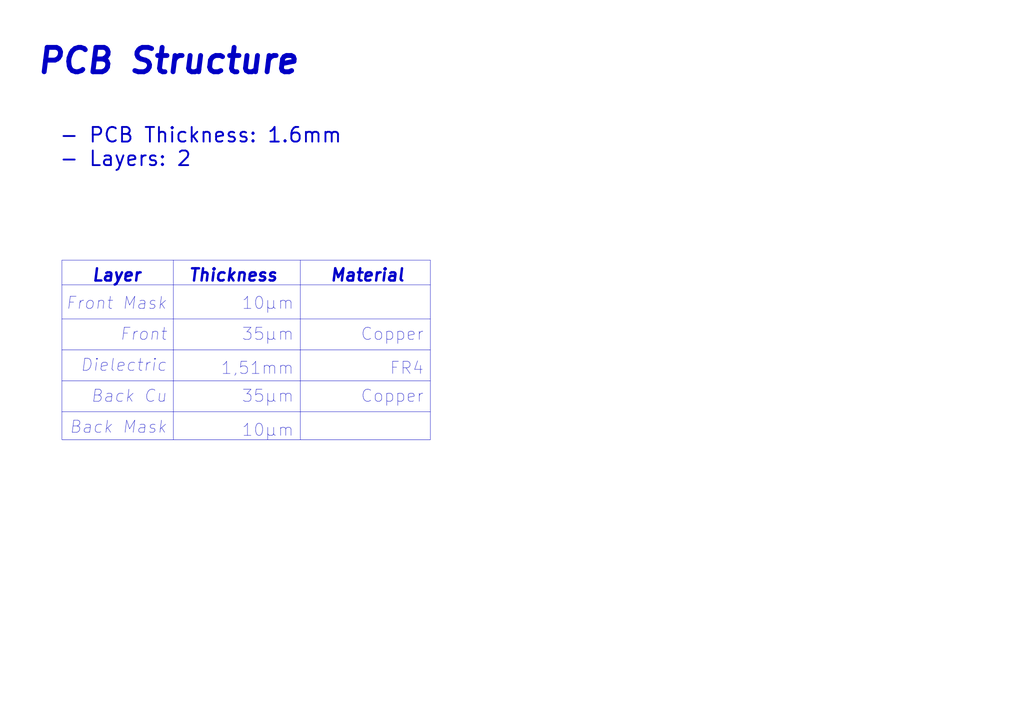
<source format=kicad_sch>
(kicad_sch
	(version 20231120)
	(generator "eeschema")
	(generator_version "8.0")
	(uuid "c1087855-429f-4794-847a-e4139f44bc48")
	(paper "A3")
	(title_block
		(title "ESP-PROG Stick")
		(date "2024-10-31")
		(rev "2")
		(company "harexew.com // github.com/harexew")
	)
	(lib_symbols)
	(polyline
		(pts
			(xy 123.19 106.68) (xy 123.19 180.34)
		)
		(stroke
			(width 0)
			(type default)
		)
		(uuid "0c0853cb-9bcc-4404-9fa4-4ed0c69d97df")
	)
	(polyline
		(pts
			(xy 25.4 116.84) (xy 176.53 116.84)
		)
		(stroke
			(width 0)
			(type default)
		)
		(uuid "9aa8e4f7-90fe-4987-82e2-2f9c5696c0ad")
	)
	(polyline
		(pts
			(xy 25.4 143.51) (xy 176.53 143.51)
		)
		(stroke
			(width 0)
			(type default)
		)
		(uuid "bd8b5371-2673-400d-99fd-d10be88c7564")
	)
	(polyline
		(pts
			(xy 25.4 130.81) (xy 176.53 130.81)
		)
		(stroke
			(width 0)
			(type default)
		)
		(uuid "c1ec7754-af62-4485-a36c-a11cde166412")
	)
	(polyline
		(pts
			(xy 71.12 106.68) (xy 71.12 180.34)
		)
		(stroke
			(width 0)
			(type default)
		)
		(uuid "c3b34873-a7af-4b32-8375-1d457150a4aa")
	)
	(polyline
		(pts
			(xy 25.4 156.21) (xy 176.53 156.21)
		)
		(stroke
			(width 0)
			(type default)
		)
		(uuid "c3d593f1-11ef-4851-8c32-df6421d83816")
	)
	(polyline
		(pts
			(xy 25.4 168.91) (xy 176.53 168.91)
		)
		(stroke
			(width 0)
			(type default)
		)
		(uuid "f061d701-1d24-4480-a8fd-e54ff7873f9f")
	)
	(rectangle
		(start 25.4 106.68)
		(end 176.53 180.34)
		(stroke
			(width 0)
			(type default)
		)
		(fill
			(type none)
		)
		(uuid 02d96f01-aea5-4156-b79f-05f4bbd83a76)
	)
	(text "Back Mask"
		(exclude_from_sim no)
		(at 68.58 175.26 0)
		(effects
			(font
				(size 5 5)
				(italic yes)
			)
			(justify right)
		)
		(uuid "0d0dd08e-f63a-4d42-adcf-3327d4e285c0")
	)
	(text "10µm"
		(exclude_from_sim no)
		(at 120.65 124.46 0)
		(effects
			(font
				(size 5 5)
			)
			(justify right)
		)
		(uuid "25412078-03d0-42ee-866d-6401c88246ef")
	)
	(text "Back Cu"
		(exclude_from_sim no)
		(at 68.58 162.56 0)
		(effects
			(font
				(size 5 5)
				(italic yes)
			)
			(justify right)
		)
		(uuid "261cff11-23c8-4e86-b813-6ef396f8a85e")
	)
	(text "Material"
		(exclude_from_sim no)
		(at 166.37 113.03 0)
		(effects
			(font
				(size 5 5)
				(thickness 1)
				(bold yes)
				(italic yes)
			)
			(justify right)
		)
		(uuid "26d6c799-51ae-4aa2-b4b5-f6a40ae8e08b")
	)
	(text "Dielectric"
		(exclude_from_sim no)
		(at 68.58 149.86 0)
		(effects
			(font
				(size 5 5)
				(italic yes)
			)
			(justify right)
		)
		(uuid "28d98a0e-563d-482a-8208-7a780582c121")
	)
	(text "35µm"
		(exclude_from_sim no)
		(at 120.65 162.56 0)
		(effects
			(font
				(size 5 5)
			)
			(justify right)
		)
		(uuid "70a7bbb6-ea83-4fdb-b511-8c3a1f76cdfa")
	)
	(text "FR4"
		(exclude_from_sim no)
		(at 173.99 151.13 0)
		(effects
			(font
				(size 5 5)
			)
			(justify right)
		)
		(uuid "72012a7d-f625-49cb-9a6c-01b3676260a6")
	)
	(text "PCB Structure"
		(exclude_from_sim no)
		(at 14.478 19.304 0)
		(effects
			(font
				(size 10 10)
				(thickness 2)
				(bold yes)
				(italic yes)
			)
			(justify left top)
		)
		(uuid "753bed3b-1335-4681-853c-103cc772fa7e")
	)
	(text "Layer"
		(exclude_from_sim no)
		(at 58.42 113.03 0)
		(effects
			(font
				(size 5 5)
				(thickness 1)
				(bold yes)
				(italic yes)
			)
			(justify right)
		)
		(uuid "76f2c24d-de4c-48e6-accf-6e42493aee71")
	)
	(text "Front Mask"
		(exclude_from_sim no)
		(at 68.58 124.46 0)
		(effects
			(font
				(size 5 5)
				(italic yes)
			)
			(justify right)
		)
		(uuid "98f2a6cc-bc46-49eb-8e09-f88d6f3dc49e")
	)
	(text "- PCB Thickness: 1.6mm\n- Layers: 2"
		(exclude_from_sim no)
		(at 24.13 52.07 0)
		(effects
			(font
				(size 6 6)
				(thickness 0.75)
			)
			(justify left top)
		)
		(uuid "a0b92ba5-a54d-4c30-a9e3-1b7a8ea966a3")
	)
	(text "Copper"
		(exclude_from_sim no)
		(at 173.99 137.16 0)
		(effects
			(font
				(size 5 5)
			)
			(justify right)
		)
		(uuid "aa1019be-d307-4db4-8970-55e63860815f")
	)
	(text "35µm"
		(exclude_from_sim no)
		(at 120.65 137.16 0)
		(effects
			(font
				(size 5 5)
			)
			(justify right)
		)
		(uuid "d56497c2-d53e-4df6-a1f7-3d5adb4dfa32")
	)
	(text "1,51mm"
		(exclude_from_sim no)
		(at 120.65 151.13 0)
		(effects
			(font
				(size 5 5)
			)
			(justify right)
		)
		(uuid "e468b046-0a0d-4e57-aaf6-6c1b90377be5")
	)
	(text "Front"
		(exclude_from_sim no)
		(at 68.58 137.16 0)
		(effects
			(font
				(size 5 5)
				(italic yes)
			)
			(justify right)
		)
		(uuid "e770c7e8-87a8-4cc8-90ca-7a7b1f1a218e")
	)
	(text "Thickness"
		(exclude_from_sim no)
		(at 114.3 113.03 0)
		(effects
			(font
				(size 5 5)
				(thickness 1)
				(bold yes)
				(italic yes)
			)
			(justify right)
		)
		(uuid "e98d1cfe-8b0e-4574-ac97-143108d7a3c6")
	)
	(text "10µm"
		(exclude_from_sim no)
		(at 120.65 176.53 0)
		(effects
			(font
				(size 5 5)
			)
			(justify right)
		)
		(uuid "eaa28a08-9639-4fca-9cad-36b73c1dc8e4")
	)
	(text "Copper"
		(exclude_from_sim no)
		(at 173.99 162.56 0)
		(effects
			(font
				(size 5 5)
			)
			(justify right)
		)
		(uuid "eddd57a3-a135-4885-8324-abd33e29e86f")
	)
)

</source>
